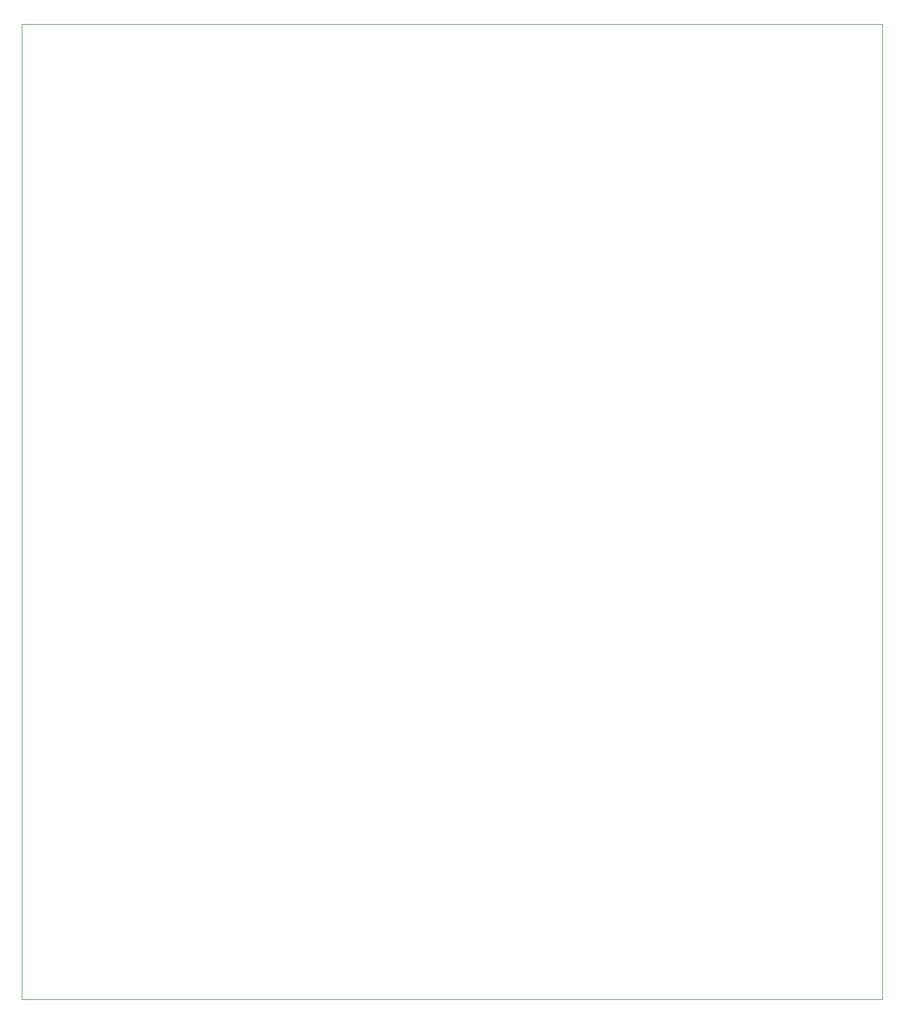
<source format=gbr>
%TF.GenerationSoftware,KiCad,Pcbnew,5.1.7-a382d34a8~87~ubuntu20.04.1*%
%TF.CreationDate,2020-11-02T17:40:13+01:00*%
%TF.ProjectId,7CellBatterySimulator_7CBS,3743656c-6c42-4617-9474-65727953696d,V1.0*%
%TF.SameCoordinates,Original*%
%TF.FileFunction,Profile,NP*%
%FSLAX46Y46*%
G04 Gerber Fmt 4.6, Leading zero omitted, Abs format (unit mm)*
G04 Created by KiCad (PCBNEW 5.1.7-a382d34a8~87~ubuntu20.04.1) date 2020-11-02 17:40:13*
%MOMM*%
%LPD*%
G01*
G04 APERTURE LIST*
%TA.AperFunction,Profile*%
%ADD10C,0.100000*%
%TD*%
G04 APERTURE END LIST*
D10*
X167005000Y-23495000D02*
X167005000Y-163830000D01*
X43180000Y-23495000D02*
X167005000Y-23495000D01*
X43180000Y-163830000D02*
X43180000Y-23495000D01*
X167005000Y-163830000D02*
X43180000Y-163830000D01*
M02*

</source>
